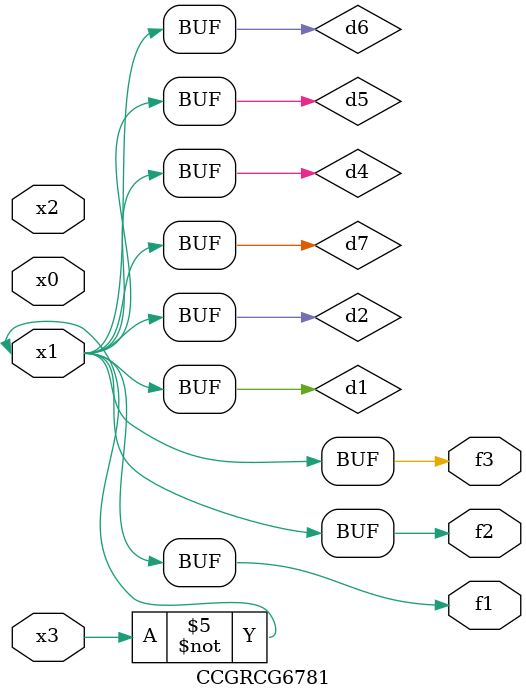
<source format=v>
module CCGRCG6781(
	input x0, x1, x2, x3,
	output f1, f2, f3
);

	wire d1, d2, d3, d4, d5, d6, d7;

	not (d1, x3);
	buf (d2, x1);
	xnor (d3, d1, d2);
	nor (d4, d1);
	buf (d5, d1, d2);
	buf (d6, d4, d5);
	nand (d7, d4);
	assign f1 = d6;
	assign f2 = d7;
	assign f3 = d6;
endmodule

</source>
